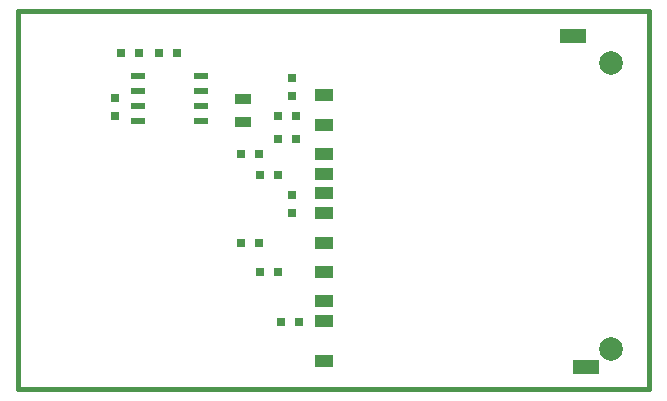
<source format=gtp>
G04 (created by PCBNEW-RS274X (2010-05-05 BZR 2356)-stable) date 3/07/2011 4:58:35 p.m.*
G01*
G70*
G90*
%MOIN*%
G04 Gerber Fmt 3.4, Leading zero omitted, Abs format*
%FSLAX34Y34*%
G04 APERTURE LIST*
%ADD10C,0.006000*%
%ADD11C,0.015000*%
%ADD12R,0.059100X0.039400*%
%ADD13R,0.086600X0.047200*%
%ADD14C,0.078700*%
%ADD15R,0.025000X0.031500*%
%ADD16R,0.031500X0.025000*%
%ADD17R,0.055000X0.035000*%
%ADD18R,0.045000X0.020000*%
G04 APERTURE END LIST*
G54D10*
G54D11*
X43307Y-33111D02*
X43307Y-20552D01*
X22283Y-33150D02*
X43307Y-33150D01*
X22283Y-20551D02*
X22283Y-33150D01*
X43307Y-20551D02*
X22283Y-20551D01*
G54D12*
X32481Y-27289D03*
X32481Y-28273D03*
X32481Y-29258D03*
X32481Y-30212D03*
X32481Y-30882D03*
X32481Y-32200D03*
X32481Y-26620D03*
X32481Y-25970D03*
X32481Y-23352D03*
X32481Y-24336D03*
X32481Y-25321D03*
G54D13*
X40778Y-21374D03*
X41221Y-32397D03*
G54D14*
X42048Y-31807D03*
X42048Y-22279D03*
G54D15*
X26323Y-21929D03*
X25723Y-21929D03*
X30960Y-24055D03*
X31560Y-24055D03*
X29700Y-25315D03*
X30300Y-25315D03*
X29700Y-28268D03*
X30300Y-28268D03*
G54D16*
X25512Y-24040D03*
X25512Y-23440D03*
G54D15*
X30330Y-29252D03*
X30930Y-29252D03*
X30330Y-26024D03*
X30930Y-26024D03*
G54D16*
X31421Y-22771D03*
X31421Y-23371D03*
G54D15*
X31058Y-30902D03*
X31658Y-30902D03*
G54D16*
X31402Y-27261D03*
X31402Y-26661D03*
G54D15*
X31560Y-24803D03*
X30960Y-24803D03*
X26983Y-21929D03*
X27583Y-21929D03*
G54D17*
X29764Y-23483D03*
X29764Y-24233D03*
G54D18*
X26273Y-24215D03*
X28373Y-24215D03*
X26273Y-23715D03*
X26273Y-23215D03*
X26273Y-22715D03*
X28373Y-23715D03*
X28373Y-23215D03*
X28373Y-22715D03*
M02*

</source>
